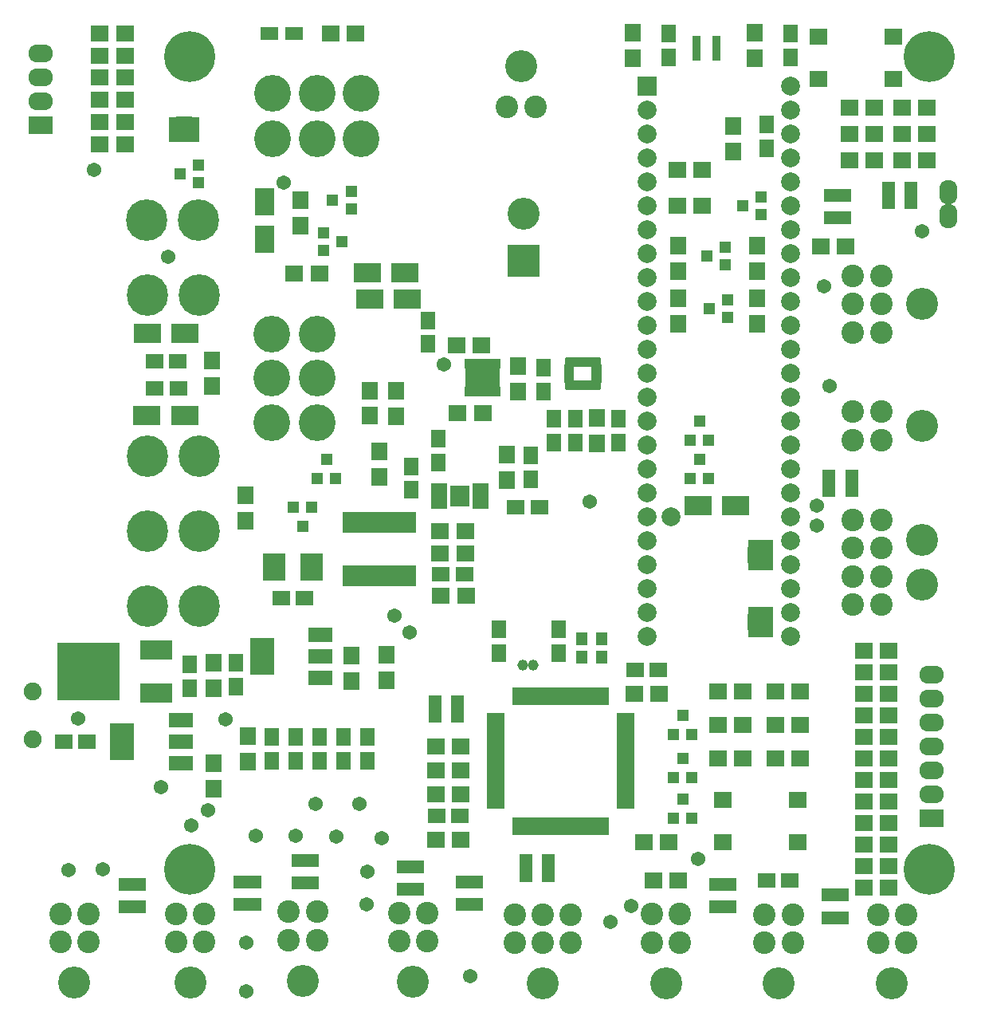
<source format=gbr>
G04 #@! TF.FileFunction,Soldermask,Top*
%FSLAX46Y46*%
G04 Gerber Fmt 4.6, Leading zero omitted, Abs format (unit mm)*
G04 Created by KiCad (PCBNEW 4.0.4-stable) date 02/13/18 14:48:55*
%MOMM*%
%LPD*%
G01*
G04 APERTURE LIST*
%ADD10C,0.100000*%
%ADD11C,0.381000*%
%ADD12C,2.000000*%
%ADD13R,2.000000X2.000000*%
%ADD14R,1.900000X0.680000*%
%ADD15R,0.680000X1.900000*%
%ADD16C,5.400000*%
%ADD17C,4.400000*%
%ADD18O,2.597100X1.924000*%
%ADD19R,2.597100X1.924000*%
%ADD20R,1.900000X1.650000*%
%ADD21R,1.650000X1.900000*%
%ADD22R,2.400000X2.900000*%
%ADD23R,3.400000X3.400000*%
%ADD24C,3.400000*%
%ADD25R,2.900000X2.100000*%
%ADD26R,1.900000X1.700000*%
%ADD27R,1.100000X1.400000*%
%ADD28R,1.400000X1.100000*%
%ADD29R,1.700000X1.900000*%
%ADD30C,2.400000*%
%ADD31R,7.900000X2.200000*%
%ADD32R,6.600000X6.200000*%
%ADD33R,3.400000X2.000000*%
%ADD34R,1.200000X1.300000*%
%ADD35R,1.300000X1.200000*%
%ADD36C,1.900000*%
%ADD37R,1.950000X1.700000*%
%ADD38R,0.650000X1.100000*%
%ADD39R,1.225000X1.250000*%
%ADD40R,2.600000X1.600000*%
%ADD41R,2.600000X3.900000*%
%ADD42R,1.800000X0.700000*%
%ADD43R,2.100000X2.300000*%
%ADD44R,0.680000X0.930000*%
%ADD45R,0.930000X0.680000*%
%ADD46R,0.900000X0.750000*%
%ADD47R,1.300000X1.400000*%
%ADD48R,0.850000X0.650000*%
%ADD49R,1.660000X2.750000*%
%ADD50R,0.650000X0.850000*%
%ADD51R,2.750000X1.660000*%
%ADD52C,1.150000*%
%ADD53R,1.900000X1.400000*%
%ADD54C,3.900000*%
%ADD55R,2.100000X2.900000*%
%ADD56O,1.924000X2.597100*%
%ADD57C,1.543000*%
G04 APERTURE END LIST*
D10*
D11*
G36*
X82467840Y-59442000D02*
X82092000Y-59442000D01*
X82092000Y-58835179D01*
X82467840Y-58835179D01*
X82467840Y-59442000D01*
G37*
X82467840Y-59442000D02*
X82092000Y-59442000D01*
X82092000Y-58835179D01*
X82467840Y-58835179D01*
X82467840Y-59442000D01*
G36*
X82553440Y-58370559D02*
X82553440Y-58744184D01*
X81944180Y-58744184D01*
X81944180Y-58370559D01*
X82553440Y-58370559D01*
G37*
X82553440Y-58370559D02*
X82553440Y-58744184D01*
X81944180Y-58744184D01*
X81944180Y-58370559D01*
X82553440Y-58370559D01*
G36*
X82092000Y-56375760D02*
X82468900Y-56375760D01*
X82468900Y-56992000D01*
X82092000Y-56992000D01*
X82092000Y-56375760D01*
G37*
X82092000Y-56375760D02*
X82468900Y-56375760D01*
X82468900Y-56992000D01*
X82092000Y-56992000D01*
X82092000Y-56375760D01*
G36*
X79000900Y-58740902D02*
X79000900Y-58373892D01*
X79610110Y-58373892D01*
X79610110Y-58740902D01*
X79000900Y-58740902D01*
G37*
X79000900Y-58740902D02*
X79000900Y-58373892D01*
X79610110Y-58373892D01*
X79610110Y-58740902D01*
X79000900Y-58740902D01*
G36*
X82035570Y-59442000D02*
X81662000Y-59442000D01*
X81662000Y-58834614D01*
X82035570Y-58834614D01*
X82035570Y-59442000D01*
G37*
X82035570Y-59442000D02*
X81662000Y-59442000D01*
X81662000Y-58834614D01*
X82035570Y-58834614D01*
X82035570Y-59442000D01*
G36*
X81604303Y-59442000D02*
X81232000Y-59442000D01*
X81232000Y-58834552D01*
X81604303Y-58834552D01*
X81604303Y-59442000D01*
G37*
X81604303Y-59442000D02*
X81232000Y-59442000D01*
X81232000Y-58834552D01*
X81604303Y-58834552D01*
X81604303Y-59442000D01*
G36*
X81173949Y-59442000D02*
X80802000Y-59442000D01*
X80802000Y-58836480D01*
X81173949Y-58836480D01*
X81173949Y-59442000D01*
G37*
X81173949Y-59442000D02*
X80802000Y-59442000D01*
X80802000Y-58836480D01*
X81173949Y-58836480D01*
X81173949Y-59442000D01*
G36*
X80310183Y-59442000D02*
X79942000Y-59442000D01*
X79942000Y-58835636D01*
X80310183Y-58835636D01*
X80310183Y-59442000D01*
G37*
X80310183Y-59442000D02*
X79942000Y-59442000D01*
X79942000Y-58835636D01*
X80310183Y-58835636D01*
X80310183Y-59442000D01*
G36*
X80741898Y-59442000D02*
X80372000Y-59442000D01*
X80372000Y-58835139D01*
X80741898Y-58835139D01*
X80741898Y-59442000D01*
G37*
X80741898Y-59442000D02*
X80372000Y-59442000D01*
X80372000Y-58835139D01*
X80741898Y-58835139D01*
X80741898Y-59442000D01*
G36*
X79448420Y-59442000D02*
X79082000Y-59442000D01*
X79082000Y-58834492D01*
X79448420Y-58834492D01*
X79448420Y-59442000D01*
G37*
X79448420Y-59442000D02*
X79082000Y-59442000D01*
X79082000Y-58834492D01*
X79448420Y-58834492D01*
X79448420Y-59442000D01*
G36*
X79878190Y-59442000D02*
X79512000Y-59442000D01*
X79512000Y-58835939D01*
X79878190Y-58835939D01*
X79878190Y-59442000D01*
G37*
X79878190Y-59442000D02*
X79512000Y-59442000D01*
X79512000Y-58835939D01*
X79878190Y-58835939D01*
X79878190Y-59442000D01*
G36*
X78999120Y-58309123D02*
X78999120Y-57944500D01*
X79609500Y-57944500D01*
X79609500Y-58309123D01*
X78999120Y-58309123D01*
G37*
X78999120Y-58309123D02*
X78999120Y-57944500D01*
X79609500Y-57944500D01*
X79609500Y-58309123D01*
X78999120Y-58309123D01*
G36*
X78999910Y-57879906D02*
X78999910Y-57512885D01*
X79611110Y-57512885D01*
X79611110Y-57879906D01*
X78999910Y-57879906D01*
G37*
X78999910Y-57879906D02*
X78999910Y-57512885D01*
X79611110Y-57512885D01*
X79611110Y-57879906D01*
X78999910Y-57879906D01*
G36*
X78998270Y-57448273D02*
X78998270Y-57082549D01*
X79611450Y-57082549D01*
X79611450Y-57448273D01*
X78998270Y-57448273D01*
G37*
X78998270Y-57448273D02*
X78998270Y-57082549D01*
X79611450Y-57082549D01*
X79611450Y-57448273D01*
X78998270Y-57448273D01*
G36*
X82554770Y-57939229D02*
X82554770Y-58314486D01*
X81944490Y-58314486D01*
X81944490Y-57939229D01*
X82554770Y-57939229D01*
G37*
X82554770Y-57939229D02*
X82554770Y-58314486D01*
X81944490Y-58314486D01*
X81944490Y-57939229D01*
X82554770Y-57939229D01*
G36*
X82553250Y-57510752D02*
X82553250Y-57882654D01*
X81942650Y-57882654D01*
X81942650Y-57510752D01*
X82553250Y-57510752D01*
G37*
X82553250Y-57510752D02*
X82553250Y-57882654D01*
X81942650Y-57882654D01*
X81942650Y-57510752D01*
X82553250Y-57510752D01*
G36*
X82557220Y-57076782D02*
X82557220Y-57453420D01*
X81943420Y-57453420D01*
X81943420Y-57076782D01*
X82557220Y-57076782D01*
G37*
X82557220Y-57076782D02*
X82557220Y-57453420D01*
X81943420Y-57453420D01*
X81943420Y-57076782D01*
X82557220Y-57076782D01*
G36*
X81662000Y-56379330D02*
X82034190Y-56379330D01*
X82034190Y-56992000D01*
X81662000Y-56992000D01*
X81662000Y-56379330D01*
G37*
X81662000Y-56379330D02*
X82034190Y-56379330D01*
X82034190Y-56992000D01*
X81662000Y-56992000D01*
X81662000Y-56379330D01*
G36*
X81232000Y-56380000D02*
X81603081Y-56380000D01*
X81603081Y-56992000D01*
X81232000Y-56992000D01*
X81232000Y-56380000D01*
G37*
X81232000Y-56380000D02*
X81603081Y-56380000D01*
X81603081Y-56992000D01*
X81232000Y-56992000D01*
X81232000Y-56380000D01*
G36*
X80802000Y-56378150D02*
X81173007Y-56378150D01*
X81173007Y-56992000D01*
X80802000Y-56992000D01*
X80802000Y-56378150D01*
G37*
X80802000Y-56378150D02*
X81173007Y-56378150D01*
X81173007Y-56992000D01*
X80802000Y-56992000D01*
X80802000Y-56378150D01*
G36*
X79942000Y-56377730D02*
X80310715Y-56377730D01*
X80310715Y-56992000D01*
X79942000Y-56992000D01*
X79942000Y-56377730D01*
G37*
X79942000Y-56377730D02*
X80310715Y-56377730D01*
X80310715Y-56992000D01*
X79942000Y-56992000D01*
X79942000Y-56377730D01*
G36*
X80372000Y-56378030D02*
X80741922Y-56378030D01*
X80741922Y-56992000D01*
X80372000Y-56992000D01*
X80372000Y-56378030D01*
G37*
X80372000Y-56378030D02*
X80741922Y-56378030D01*
X80741922Y-56992000D01*
X80372000Y-56992000D01*
X80372000Y-56378030D01*
G36*
X79082000Y-56378350D02*
X79448860Y-56378350D01*
X79448860Y-56992000D01*
X79082000Y-56992000D01*
X79082000Y-56378350D01*
G37*
X79082000Y-56378350D02*
X79448860Y-56378350D01*
X79448860Y-56992000D01*
X79082000Y-56992000D01*
X79082000Y-56378350D01*
G36*
X79512000Y-56377790D02*
X79879550Y-56377790D01*
X79879550Y-56992000D01*
X79512000Y-56992000D01*
X79512000Y-56377790D01*
G37*
X79512000Y-56377790D02*
X79879550Y-56377790D01*
X79879550Y-56992000D01*
X79512000Y-56992000D01*
X79512000Y-56377790D01*
D12*
X87630000Y-68072000D03*
X87630000Y-70612000D03*
X87630000Y-73152000D03*
X87630000Y-75692000D03*
X87630000Y-65532000D03*
X87630000Y-62992000D03*
X87630000Y-60452000D03*
X87630000Y-78232000D03*
X87630000Y-80772000D03*
X87630000Y-83312000D03*
X87630000Y-85852000D03*
X90170000Y-73152000D03*
X102870000Y-85852000D03*
X102870000Y-83312000D03*
X102870000Y-80772000D03*
X102870000Y-78232000D03*
X102870000Y-75692000D03*
X102870000Y-73152000D03*
X102870000Y-70612000D03*
X102870000Y-68072000D03*
X87630000Y-57912000D03*
X87630000Y-55372000D03*
X87630000Y-52832000D03*
X87630000Y-50292000D03*
X87630000Y-47752000D03*
X87630000Y-45212000D03*
X87630000Y-42672000D03*
X87630000Y-40132000D03*
X87630000Y-37592000D03*
X87630000Y-35052000D03*
X87630000Y-32512000D03*
X87630000Y-29972000D03*
D13*
X87630000Y-27432000D03*
D12*
X102870000Y-65532000D03*
X102870000Y-62992000D03*
X102870000Y-60452000D03*
X102870000Y-57912000D03*
X102870000Y-55372000D03*
X102870000Y-52832000D03*
X102870000Y-50292000D03*
X102870000Y-47752000D03*
X102870000Y-45212000D03*
X102870000Y-42672000D03*
X102870000Y-40132000D03*
X102870000Y-37592000D03*
X102870000Y-35052000D03*
X102870000Y-32512000D03*
X102870000Y-29972000D03*
X102870000Y-27432000D03*
D14*
X71586000Y-94310000D03*
X71586000Y-94810000D03*
X71586000Y-95310000D03*
X71586000Y-95810000D03*
X71586000Y-96310000D03*
X71586000Y-96810000D03*
X71586000Y-97310000D03*
X71586000Y-97810000D03*
X71586000Y-98310000D03*
X71586000Y-98810000D03*
X71586000Y-99310000D03*
X71586000Y-99810000D03*
X71586000Y-100310000D03*
X71586000Y-100810000D03*
X71586000Y-101310000D03*
X71586000Y-101810000D03*
X71586000Y-102310000D03*
X71586000Y-102810000D03*
X71586000Y-103310000D03*
X71586000Y-103810000D03*
D15*
X73736000Y-105960000D03*
X74236000Y-105960000D03*
X74736000Y-105960000D03*
X75236000Y-105960000D03*
X75736000Y-105960000D03*
X76236000Y-105960000D03*
X76736000Y-105960000D03*
X77236000Y-105960000D03*
X77736000Y-105960000D03*
X78236000Y-105960000D03*
X78736000Y-105960000D03*
X79236000Y-105960000D03*
X79736000Y-105960000D03*
X80236000Y-105960000D03*
X80736000Y-105960000D03*
X81236000Y-105960000D03*
X81736000Y-105960000D03*
X82236000Y-105960000D03*
X82736000Y-105960000D03*
X83236000Y-105960000D03*
D14*
X85386000Y-103810000D03*
X85386000Y-103310000D03*
X85386000Y-102810000D03*
X85386000Y-102310000D03*
X85386000Y-101810000D03*
X85386000Y-101310000D03*
X85386000Y-100810000D03*
X85386000Y-100310000D03*
X85386000Y-99810000D03*
X85386000Y-99310000D03*
X85386000Y-98810000D03*
X85386000Y-98310000D03*
X85386000Y-97810000D03*
X85386000Y-97310000D03*
X85386000Y-96810000D03*
X85386000Y-96310000D03*
X85386000Y-95810000D03*
X85386000Y-95310000D03*
X85386000Y-94810000D03*
X85386000Y-94310000D03*
D15*
X83236000Y-92160000D03*
X82736000Y-92160000D03*
X82236000Y-92160000D03*
X81736000Y-92160000D03*
X81236000Y-92160000D03*
X80736000Y-92160000D03*
X80236000Y-92160000D03*
X79736000Y-92160000D03*
X79236000Y-92160000D03*
X78736000Y-92160000D03*
X78236000Y-92160000D03*
X77736000Y-92160000D03*
X77236000Y-92160000D03*
X76736000Y-92160000D03*
X76236000Y-92160000D03*
X75736000Y-92160000D03*
X75236000Y-92160000D03*
X74736000Y-92160000D03*
X74236000Y-92160000D03*
X73736000Y-92160000D03*
D16*
X117632520Y-110576400D03*
D17*
X34589720Y-82646520D03*
X40089720Y-82646520D03*
D18*
X117856000Y-100076000D03*
X117856000Y-97536000D03*
X117856000Y-94996000D03*
X117856000Y-92456000D03*
X117856000Y-102616000D03*
D19*
X117856000Y-105156000D03*
D18*
X117856000Y-89916000D03*
D20*
X35332400Y-56614300D03*
X37832400Y-56614300D03*
X35351400Y-59512200D03*
X37851400Y-59512200D03*
D21*
X76670000Y-59810000D03*
X76670000Y-57310000D03*
X64420000Y-52270000D03*
X64420000Y-54770000D03*
D20*
X51288000Y-81788000D03*
X48788000Y-81788000D03*
D21*
X39030000Y-91310000D03*
X39030000Y-88810000D03*
X75322000Y-69136000D03*
X75322000Y-66636000D03*
X65470000Y-67350000D03*
X65470000Y-64850000D03*
D20*
X73700000Y-72130000D03*
X76200000Y-72130000D03*
D21*
X43942000Y-91166000D03*
X43942000Y-88666000D03*
D20*
X28174000Y-97028000D03*
X25674000Y-97028000D03*
D21*
X62616080Y-70287200D03*
X62616080Y-67787200D03*
D20*
X65780600Y-79232760D03*
X68280600Y-79232760D03*
D22*
X52038000Y-78486000D03*
X48038000Y-78486000D03*
D21*
X102870000Y-24364000D03*
X102870000Y-21864000D03*
D23*
X74560000Y-46002000D03*
D24*
X74560000Y-41002000D03*
D21*
X77724000Y-62758000D03*
X77724000Y-65258000D03*
X80010000Y-62758000D03*
X80010000Y-65258000D03*
X84582000Y-62758000D03*
X84582000Y-65258000D03*
X89916000Y-24364000D03*
X89916000Y-21864000D03*
D20*
X67798000Y-104902000D03*
X65298000Y-104902000D03*
X102850000Y-111760000D03*
X100350000Y-111760000D03*
D21*
X47752000Y-96540000D03*
X47752000Y-99040000D03*
X50292000Y-96540000D03*
X50292000Y-99040000D03*
X52832000Y-96540000D03*
X52832000Y-99040000D03*
X55372000Y-96540000D03*
X55372000Y-99040000D03*
X57912000Y-99040000D03*
X57912000Y-96540000D03*
X78232000Y-87610000D03*
X78232000Y-85110000D03*
X71882000Y-87610000D03*
X71882000Y-85110000D03*
D20*
X86380000Y-89408000D03*
X88880000Y-89408000D03*
D25*
X38532400Y-62424300D03*
X34532400Y-62424300D03*
X38582600Y-53670200D03*
X34582600Y-53670200D03*
X57912000Y-47244000D03*
X61912000Y-47244000D03*
X58166000Y-50038000D03*
X62166000Y-50038000D03*
D26*
X114728000Y-29718000D03*
X117428000Y-29718000D03*
D27*
X61550000Y-112680000D03*
X62500000Y-112680000D03*
X63450000Y-112680000D03*
X63450000Y-110280000D03*
X62500000Y-110280000D03*
X61550000Y-110280000D03*
X50410000Y-112040000D03*
X51360000Y-112040000D03*
X52310000Y-112040000D03*
X52310000Y-109640000D03*
X51360000Y-109640000D03*
X50410000Y-109640000D03*
X44260000Y-114280000D03*
X45210000Y-114280000D03*
X46160000Y-114280000D03*
X46160000Y-111880000D03*
X45210000Y-111880000D03*
X44260000Y-111880000D03*
X32004000Y-114554000D03*
X32954000Y-114554000D03*
X33904000Y-114554000D03*
X33904000Y-112154000D03*
X32954000Y-112154000D03*
X32004000Y-112154000D03*
X67818000Y-114300000D03*
X68768000Y-114300000D03*
X69718000Y-114300000D03*
X69718000Y-111900000D03*
X68768000Y-111900000D03*
X67818000Y-111900000D03*
X106700000Y-115694000D03*
X107650000Y-115694000D03*
X108600000Y-115694000D03*
X108600000Y-113294000D03*
X107650000Y-113294000D03*
X106700000Y-113294000D03*
X94742000Y-114554000D03*
X95692000Y-114554000D03*
X96642000Y-114554000D03*
X96642000Y-112154000D03*
X95692000Y-112154000D03*
X94742000Y-112154000D03*
D28*
X115708000Y-39946000D03*
X115708000Y-38996000D03*
X115708000Y-38046000D03*
X113308000Y-38046000D03*
X113308000Y-38996000D03*
X113308000Y-39946000D03*
X77160000Y-111390000D03*
X77160000Y-110440000D03*
X77160000Y-109490000D03*
X74760000Y-109490000D03*
X74760000Y-110440000D03*
X74760000Y-111390000D03*
X107010000Y-68650000D03*
X107010000Y-69600000D03*
X107010000Y-70550000D03*
X109410000Y-70550000D03*
X109410000Y-69600000D03*
X109410000Y-68650000D03*
D27*
X106934000Y-41402000D03*
X107884000Y-41402000D03*
X108834000Y-41402000D03*
X108834000Y-39002000D03*
X107884000Y-39002000D03*
X106934000Y-39002000D03*
D28*
X67530000Y-94470000D03*
X67530000Y-93520000D03*
X67530000Y-92570000D03*
X65130000Y-92570000D03*
X65130000Y-93520000D03*
X65130000Y-94470000D03*
D26*
X101266000Y-91694000D03*
X103966000Y-91694000D03*
D29*
X60960000Y-62480000D03*
X60960000Y-59780000D03*
D24*
X62815300Y-122538160D03*
D30*
X64315300Y-115218160D03*
X64315300Y-118218160D03*
X61315300Y-115218160D03*
X61315300Y-118218160D03*
D24*
X51090000Y-122380000D03*
D30*
X52590000Y-115060000D03*
X52590000Y-118060000D03*
X49590000Y-115060000D03*
X49590000Y-118060000D03*
D24*
X39120000Y-122590000D03*
D30*
X40620000Y-115270000D03*
X40620000Y-118270000D03*
X37620000Y-115270000D03*
X37620000Y-118270000D03*
D24*
X116840000Y-50546000D03*
D30*
X112520000Y-50546000D03*
X109520000Y-50546000D03*
X109520000Y-47546000D03*
X112520000Y-47546000D03*
X109520000Y-53546000D03*
X112520000Y-53546000D03*
D24*
X116840000Y-75628000D03*
D30*
X112520000Y-79478000D03*
X109520000Y-79478000D03*
X109520000Y-73478000D03*
X112520000Y-73478000D03*
X109520000Y-82478000D03*
X112520000Y-82478000D03*
D24*
X116840000Y-80328000D03*
D30*
X112520000Y-76478000D03*
X109520000Y-76478000D03*
D24*
X26830000Y-122600000D03*
D30*
X28330000Y-115280000D03*
X28330000Y-118280000D03*
X25330000Y-115280000D03*
X25330000Y-118280000D03*
D24*
X116840000Y-63500000D03*
D30*
X109520000Y-62000000D03*
X112520000Y-62000000D03*
X109520000Y-65000000D03*
X112520000Y-65000000D03*
D17*
X34512400Y-41630000D03*
X40012400Y-41630000D03*
D24*
X76577020Y-122680400D03*
D30*
X76577020Y-118360400D03*
X76577020Y-115360400D03*
X79577020Y-115360400D03*
X79577020Y-118360400D03*
X73577020Y-115360400D03*
X73577020Y-118360400D03*
D17*
X34622400Y-49620000D03*
X40122400Y-49620000D03*
D24*
X113690000Y-122684000D03*
D30*
X115190000Y-115364000D03*
X115190000Y-118364000D03*
X112190000Y-115364000D03*
X112190000Y-118364000D03*
D24*
X89680880Y-122639760D03*
D30*
X91180880Y-115319760D03*
X91180880Y-118319760D03*
X88180880Y-115319760D03*
X88180880Y-118319760D03*
D18*
X23262400Y-29040000D03*
X23262400Y-26500000D03*
X23262400Y-23960000D03*
D19*
X23262400Y-31580000D03*
D17*
X34592400Y-66680000D03*
X40092400Y-66680000D03*
X34592400Y-74670000D03*
X40092400Y-74670000D03*
D24*
X101639200Y-122695640D03*
D30*
X103139200Y-115375640D03*
X103139200Y-118375640D03*
X100139200Y-115375640D03*
X100139200Y-118375640D03*
D31*
X59263280Y-73761600D03*
X59263280Y-79361600D03*
D32*
X28348940Y-89575640D03*
D33*
X35528940Y-91860640D03*
X35528940Y-87290640D03*
D34*
X52004000Y-72152000D03*
X50104000Y-72152000D03*
X51054000Y-74152000D03*
X52644000Y-69072000D03*
X54544000Y-69072000D03*
X53594000Y-67072000D03*
D35*
X40014400Y-37678400D03*
X40014400Y-35778400D03*
X38014400Y-36728400D03*
X95996000Y-46416000D03*
X95996000Y-44516000D03*
X93996000Y-45466000D03*
X96250000Y-52004000D03*
X96250000Y-50104000D03*
X94250000Y-51054000D03*
X99806000Y-41082000D03*
X99806000Y-39182000D03*
X97806000Y-40132000D03*
D34*
X90490000Y-96250000D03*
X92390000Y-96250000D03*
X91440000Y-94250000D03*
X90490000Y-105140000D03*
X92390000Y-105140000D03*
X91440000Y-103140000D03*
D29*
X41630000Y-91360000D03*
X41630000Y-88660000D03*
D36*
X22352000Y-96774000D03*
X22352000Y-91674000D03*
D29*
X73950000Y-59830000D03*
X73950000Y-57130000D03*
X45034200Y-73524100D03*
X45034200Y-70824100D03*
D26*
X67500000Y-62100000D03*
X70200000Y-62100000D03*
D29*
X59182000Y-68914000D03*
X59182000Y-66214000D03*
X41412400Y-56544300D03*
X41412400Y-59244300D03*
D26*
X67400000Y-54900000D03*
X70100000Y-54900000D03*
D29*
X72782000Y-69236000D03*
X72782000Y-66536000D03*
D26*
X65634880Y-74630280D03*
X68334880Y-74630280D03*
D29*
X56271160Y-87862420D03*
X56271160Y-90562420D03*
X60015120Y-90506540D03*
X60015120Y-87806540D03*
X45212000Y-96440000D03*
X45212000Y-99140000D03*
X41640000Y-99284000D03*
X41640000Y-101984000D03*
D26*
X68395840Y-77022960D03*
X65695840Y-77022960D03*
X68426320Y-81503520D03*
X65726320Y-81503520D03*
X110664000Y-112522000D03*
X113364000Y-112522000D03*
X110664000Y-107950000D03*
X113364000Y-107950000D03*
X110664000Y-103378000D03*
X113364000Y-103378000D03*
X110664000Y-98806000D03*
X113364000Y-98806000D03*
X110664000Y-94234000D03*
X113364000Y-94234000D03*
X110664000Y-89662000D03*
X113364000Y-89662000D03*
X32204400Y-31210000D03*
X29504400Y-31210000D03*
X32204400Y-26510000D03*
X29504400Y-26510000D03*
X32194400Y-21810000D03*
X29494400Y-21810000D03*
X110664000Y-110236000D03*
X113364000Y-110236000D03*
X110664000Y-105664000D03*
X113364000Y-105664000D03*
X110664000Y-101092000D03*
X113364000Y-101092000D03*
X110664000Y-96520000D03*
X113364000Y-96520000D03*
X110664000Y-91948000D03*
X113364000Y-91948000D03*
X110664000Y-87376000D03*
X113364000Y-87376000D03*
X32204400Y-33570000D03*
X29504400Y-33570000D03*
X32204400Y-28860000D03*
X29504400Y-28860000D03*
X32204400Y-24160000D03*
X29504400Y-24160000D03*
D29*
X99060000Y-24464000D03*
X99060000Y-21764000D03*
X90932000Y-44370000D03*
X90932000Y-47070000D03*
X90932000Y-49958000D03*
X90932000Y-52658000D03*
D26*
X90852000Y-36322000D03*
X93552000Y-36322000D03*
X109140000Y-29718000D03*
X111840000Y-29718000D03*
D29*
X99314000Y-47070000D03*
X99314000Y-44370000D03*
X99314000Y-49958000D03*
X99314000Y-52658000D03*
D26*
X90852000Y-40132000D03*
X93552000Y-40132000D03*
D29*
X82296000Y-65358000D03*
X82296000Y-62658000D03*
X86106000Y-24464000D03*
X86106000Y-21764000D03*
D26*
X67898000Y-102616000D03*
X65198000Y-102616000D03*
X65198000Y-107442000D03*
X67898000Y-107442000D03*
X67898000Y-100076000D03*
X65198000Y-100076000D03*
X67898000Y-97536000D03*
X65198000Y-97536000D03*
X88312000Y-111760000D03*
X91012000Y-111760000D03*
X95170000Y-91694000D03*
X97870000Y-91694000D03*
X88980000Y-91948000D03*
X86280000Y-91948000D03*
D29*
X58212400Y-59720000D03*
X58212400Y-62420000D03*
D37*
X103632000Y-107696000D03*
X103632000Y-103196000D03*
X95682000Y-107696000D03*
X95682000Y-103196000D03*
D38*
X68585000Y-59820000D03*
X69035000Y-59820000D03*
X69485000Y-59820000D03*
X69935000Y-59820000D03*
X70385000Y-59820000D03*
X70835000Y-59820000D03*
X71285000Y-59820000D03*
X71735000Y-59820000D03*
X71735000Y-56920000D03*
X71285000Y-56920000D03*
X70835000Y-56920000D03*
X70385000Y-56920000D03*
X69935000Y-56920000D03*
X69485000Y-56920000D03*
X69035000Y-56920000D03*
X68585000Y-56920000D03*
D39*
X71397500Y-57945000D03*
X70572500Y-57945000D03*
X69747500Y-57945000D03*
X68922500Y-57945000D03*
X71397500Y-58795000D03*
X70572500Y-58795000D03*
X69747500Y-58795000D03*
X68922500Y-58795000D03*
D40*
X52943760Y-90246200D03*
X52943760Y-87946200D03*
X52943760Y-85646200D03*
D41*
X46743760Y-87936200D03*
D40*
X38100000Y-99314000D03*
X38100000Y-97014000D03*
X38100000Y-94714000D03*
D41*
X31900000Y-97004000D03*
D42*
X65602760Y-69962520D03*
X65602760Y-70462520D03*
X65602760Y-70962520D03*
X65602760Y-71462520D03*
X65602760Y-71962520D03*
X70002760Y-71962520D03*
X70002760Y-71462520D03*
X70002760Y-70962520D03*
X70002760Y-70462520D03*
X70002760Y-69962520D03*
D43*
X67802760Y-70962520D03*
D44*
X79267000Y-59137000D03*
D45*
X79302000Y-58557000D03*
X79302000Y-58127000D03*
X79302000Y-57697000D03*
X79302000Y-57267000D03*
D44*
X79267000Y-56687000D03*
X79697000Y-56687000D03*
X80127000Y-56687000D03*
X80557000Y-56687000D03*
X80987000Y-56687000D03*
X81417000Y-56687000D03*
X81847000Y-56687000D03*
X82277000Y-56687000D03*
D45*
X82242000Y-57267000D03*
X82242000Y-57697000D03*
X82242000Y-58127000D03*
X82242000Y-58557000D03*
D44*
X82277000Y-59137000D03*
X81847000Y-59137000D03*
X81417000Y-59137000D03*
X80987000Y-59137000D03*
X80557000Y-59137000D03*
X80127000Y-59137000D03*
X79697000Y-59137000D03*
D46*
X94996000Y-24384000D03*
X92946000Y-24384000D03*
X92946000Y-23734000D03*
X92946000Y-23084000D03*
X92946000Y-22434000D03*
X94996000Y-23734000D03*
X94996000Y-23084000D03*
X94996000Y-22434000D03*
D47*
X82804000Y-86106000D03*
X80704000Y-86106000D03*
X80704000Y-88006000D03*
X82804000Y-88006000D03*
D48*
X39624000Y-33020000D03*
X39624000Y-32520000D03*
X39624000Y-32020000D03*
X39624000Y-31520000D03*
X39624000Y-31020000D03*
X37274000Y-31020000D03*
X37274000Y-31520000D03*
X37274000Y-32020000D03*
X37274000Y-32520000D03*
X37274000Y-33020000D03*
D49*
X38449000Y-32020000D03*
D50*
X100722000Y-76014000D03*
X100222000Y-76014000D03*
X99722000Y-76014000D03*
X99222000Y-76014000D03*
X98722000Y-76014000D03*
X98722000Y-78364000D03*
X99222000Y-78364000D03*
X99722000Y-78364000D03*
X100222000Y-78364000D03*
X100722000Y-78364000D03*
D51*
X99722000Y-77189000D03*
D50*
X100722000Y-83126000D03*
X100222000Y-83126000D03*
X99722000Y-83126000D03*
X99222000Y-83126000D03*
X98722000Y-83126000D03*
X98722000Y-85476000D03*
X99222000Y-85476000D03*
X99722000Y-85476000D03*
X100222000Y-85476000D03*
X100722000Y-85476000D03*
D51*
X99722000Y-84301000D03*
D52*
X75550000Y-88890000D03*
X74450000Y-88890000D03*
D21*
X100330000Y-34016000D03*
X100330000Y-31516000D03*
D29*
X96774000Y-34370000D03*
X96774000Y-31670000D03*
D37*
X113792000Y-26670000D03*
X113792000Y-22170000D03*
X105842000Y-26670000D03*
X105842000Y-22170000D03*
D53*
X47498000Y-21844000D03*
X50198000Y-21844000D03*
D26*
X56722000Y-21844000D03*
X54022000Y-21844000D03*
D54*
X52578000Y-53720000D03*
X52578000Y-58420000D03*
X52578000Y-63120000D03*
X47778000Y-53720000D03*
X47778000Y-58420000D03*
X47778000Y-63120000D03*
X47878000Y-28194000D03*
X52578000Y-28194000D03*
X57278000Y-28194000D03*
X47878000Y-32994000D03*
X52578000Y-32994000D03*
X57278000Y-32994000D03*
D55*
X46990000Y-43688000D03*
X46990000Y-39688000D03*
D35*
X56229760Y-40487640D03*
X56229760Y-38587640D03*
X54229760Y-39537640D03*
X53269640Y-42956440D03*
X53269640Y-44856440D03*
X55269640Y-43906440D03*
D29*
X50800000Y-39544000D03*
X50800000Y-42244000D03*
D26*
X50130720Y-47274480D03*
X52830720Y-47274480D03*
X101266000Y-95250000D03*
X103966000Y-95250000D03*
X101266000Y-98806000D03*
X103966000Y-98806000D03*
D34*
X90490000Y-100822000D03*
X92390000Y-100822000D03*
X91440000Y-98822000D03*
D26*
X95170000Y-95250000D03*
X97870000Y-95250000D03*
X95170000Y-98806000D03*
X97870000Y-98806000D03*
X114728000Y-32512000D03*
X117428000Y-32512000D03*
X114728000Y-35306000D03*
X117428000Y-35306000D03*
D34*
X92268000Y-65008000D03*
X94168000Y-65008000D03*
X93218000Y-63008000D03*
X92268000Y-69072000D03*
X94168000Y-69072000D03*
X93218000Y-67072000D03*
D26*
X109140000Y-32512000D03*
X111840000Y-32512000D03*
X109140000Y-35306000D03*
X111840000Y-35306000D03*
D16*
X39050000Y-24254500D03*
X39050000Y-110576400D03*
D56*
X119690000Y-38640000D03*
X119690000Y-41180000D03*
D26*
X108792000Y-44450000D03*
X106092000Y-44450000D03*
X89996000Y-107696000D03*
X87296000Y-107696000D03*
D24*
X74310000Y-25310000D03*
D30*
X72810000Y-29630000D03*
X75810000Y-29630000D03*
D25*
X97080000Y-71930000D03*
X93080000Y-71930000D03*
D16*
X117632520Y-24254500D03*
D57*
X57850000Y-114264000D03*
X26180000Y-110654000D03*
X83770000Y-116144000D03*
X28880000Y-36274000D03*
X62480000Y-85444000D03*
X57950000Y-110804000D03*
X29860000Y-110534000D03*
X93120000Y-109464000D03*
X36760000Y-45554000D03*
X42850000Y-94674000D03*
X57140000Y-103654000D03*
X46130000Y-107034000D03*
X68900000Y-121864000D03*
X106500000Y-48654000D03*
X81580000Y-71524000D03*
X36010000Y-101874000D03*
X52420000Y-103604000D03*
X50320000Y-107014000D03*
X54640000Y-107104000D03*
X107070000Y-59264000D03*
X49100000Y-37654000D03*
X41040000Y-104274000D03*
X45100000Y-118314000D03*
X86010000Y-114444000D03*
X105690000Y-71934000D03*
X66070000Y-56954000D03*
X39260000Y-105944000D03*
X27210000Y-94544000D03*
X45110000Y-123504000D03*
X59440000Y-107254000D03*
X105720000Y-74064000D03*
X60850000Y-83664000D03*
X116850000Y-42814000D03*
M02*

</source>
